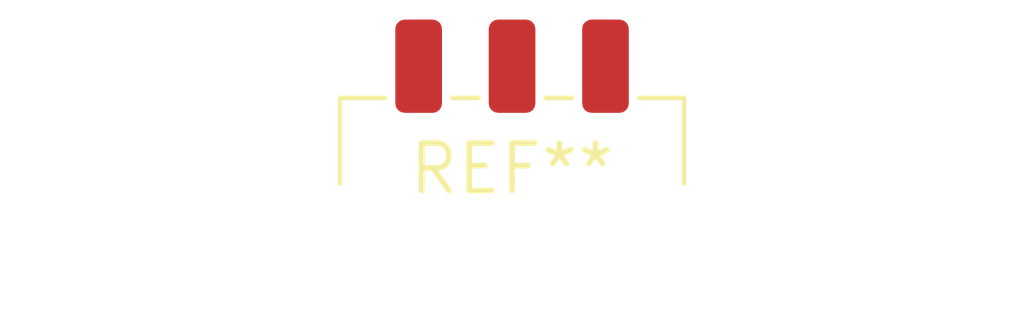
<source format=kicad_pcb>
(kicad_pcb (version 20240108) (generator pcbnew)
  (layers (0 "F.Cu" signal) (31 "B.Cu" signal) (34 "B.Paste" user) (35 "F.Paste" user) (36 "B.SilkS" user "B.Silkscreen") (37 "F.SilkS" user "F.Silkscreen") (38 "B.Mask" user) (39 "F.Mask" user) (44 "Edge.Cuts" user))
  (net 0 "")
  (footprint "SW_SPDT_CK_JS102011SAQN" (layer "F.Cu") (at 0 0)
    (property "Reference" "REF**")
    (property "Value" "SW_SPDT_CK_JS102011SAQN")
    (fp_line (start -4.6 -1.9) (end -3.4 -1.9) (layer "F.SilkS") (stroke (width 0.12)))
    (fp_line (start -4.6 0.4) (end -4.6 -1.9) (layer "F.SilkS") (stroke (width 0.12)))
    (fp_line (start -0.9 -1.9) (end -1.6 -1.9) (layer "F.SilkS") (stroke (width 0.12)))
    (fp_line (start 1.6 -1.9) (end 0.9 -1.9) (layer "F.SilkS") (stroke (width 0.12)))
    (fp_line (start 3.4 -1.9) (end 4.6 -1.9) (layer "F.SilkS") (stroke (width 0.12)))
    (fp_line (start 4.6 -1.9) (end 4.6 0.4) (layer "F.SilkS") (stroke (width 0.12)))
    (pad "" np_thru_hole circle (at -3.4 0) (size 0.9 0.9) (drill 0.9) (layers *.Cu *.Mask))
    (pad "" np_thru_hole circle (at 3.4 0) (size 0.9 0.9) (drill 0.9) (layers *.Cu *.Mask))
    (pad "1" smd roundrect (at -2.5 -2.75) (size 1.25 2.5) (layers "F.Cu" "F.Paste" "F.Mask") (roundrect_rratio 0.2))
    (pad "2" smd roundrect (at 0 -2.75) (size 1.25 2.5) (layers "F.Cu" "F.Paste" "F.Mask") (roundrect_rratio 0.2))
    (pad "3" smd roundrect (at 2.5 -2.75) (size 1.25 2.5) (layers "F.Cu" "F.Paste" "F.Mask") (roundrect_rratio 0.2))
  )
)
</source>
